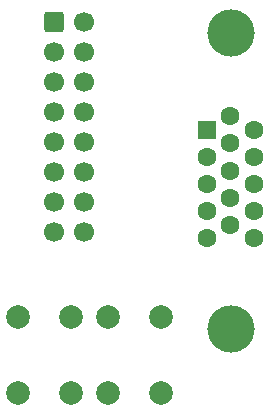
<source format=gbr>
%TF.GenerationSoftware,KiCad,Pcbnew,(7.0.0)*%
%TF.CreationDate,2023-03-04T23:02:33+00:00*%
%TF.ProjectId,VGA_ConnectorV2.kicad_pro,5647415f-436f-46e6-9e65-63746f725632,rev?*%
%TF.SameCoordinates,Original*%
%TF.FileFunction,Soldermask,Bot*%
%TF.FilePolarity,Negative*%
%FSLAX46Y46*%
G04 Gerber Fmt 4.6, Leading zero omitted, Abs format (unit mm)*
G04 Created by KiCad (PCBNEW (7.0.0)) date 2023-03-04 23:02:33*
%MOMM*%
%LPD*%
G01*
G04 APERTURE LIST*
G04 Aperture macros list*
%AMRoundRect*
0 Rectangle with rounded corners*
0 $1 Rounding radius*
0 $2 $3 $4 $5 $6 $7 $8 $9 X,Y pos of 4 corners*
0 Add a 4 corners polygon primitive as box body*
4,1,4,$2,$3,$4,$5,$6,$7,$8,$9,$2,$3,0*
0 Add four circle primitives for the rounded corners*
1,1,$1+$1,$2,$3*
1,1,$1+$1,$4,$5*
1,1,$1+$1,$6,$7*
1,1,$1+$1,$8,$9*
0 Add four rect primitives between the rounded corners*
20,1,$1+$1,$2,$3,$4,$5,0*
20,1,$1+$1,$4,$5,$6,$7,0*
20,1,$1+$1,$6,$7,$8,$9,0*
20,1,$1+$1,$8,$9,$2,$3,0*%
G04 Aperture macros list end*
%ADD10C,2.000000*%
%ADD11RoundRect,0.250000X-0.600000X-0.600000X0.600000X-0.600000X0.600000X0.600000X-0.600000X0.600000X0*%
%ADD12C,1.700000*%
%ADD13C,1.600000*%
%ADD14R,1.600000X1.600000*%
%ADD15C,4.000000*%
G04 APERTURE END LIST*
D10*
%TO.C,SW2*%
X151838000Y-101289000D03*
X151838000Y-94789000D03*
X147338000Y-101289000D03*
X147338000Y-94789000D03*
%TD*%
%TO.C,SW1*%
X144218000Y-101289000D03*
X144218000Y-94789000D03*
X139718000Y-101289000D03*
X139718000Y-94789000D03*
%TD*%
D11*
%TO.C,J1*%
X142746000Y-69850000D03*
D12*
X145286000Y-69850000D03*
X142746000Y-72390000D03*
X145286000Y-72390000D03*
X142746000Y-74930000D03*
X145286000Y-74930000D03*
X142746000Y-77470000D03*
X145286000Y-77470000D03*
X142746000Y-80010000D03*
X145286000Y-80010000D03*
X142746000Y-82550000D03*
X145286000Y-82550000D03*
X142746000Y-85090000D03*
X145286000Y-85090000D03*
X142746000Y-87630000D03*
X145286000Y-87630000D03*
%TD*%
D13*
%TO.C,J2*%
X159662000Y-88154000D03*
X159662000Y-85864000D03*
X159662000Y-83574000D03*
X159662000Y-81284000D03*
X159662000Y-78994000D03*
X157682000Y-87009000D03*
X157682000Y-84719000D03*
X157682000Y-82429000D03*
X157682000Y-80139000D03*
X157682000Y-77849000D03*
X155702000Y-88154000D03*
X155702000Y-85864000D03*
X155702000Y-83574000D03*
X155702000Y-81284000D03*
D14*
X155701999Y-78993999D03*
D15*
X157752000Y-70809000D03*
X157752000Y-95809000D03*
%TD*%
M02*

</source>
